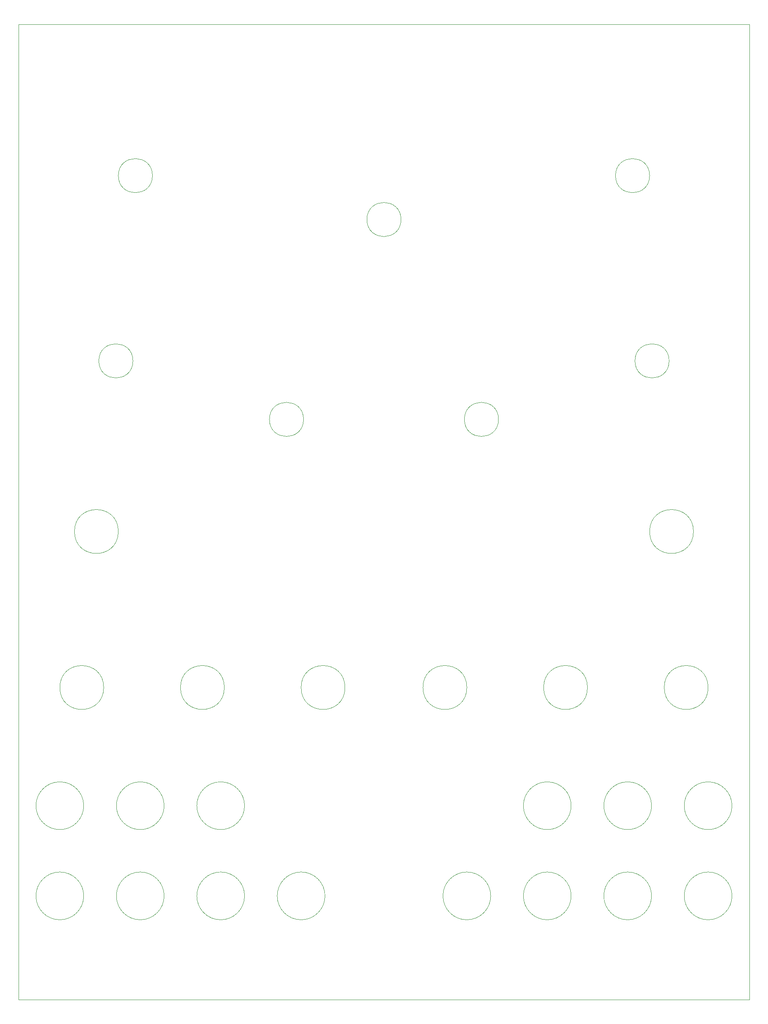
<source format=gm1>
%TF.GenerationSoftware,KiCad,Pcbnew,9.0.0*%
%TF.CreationDate,2025-03-15T21:35:03+01:00*%
%TF.ProjectId,DMH_Dual_VCF_Diode_Ladder_Mk2_PANEL,444d485f-4475-4616-9c5f-5643465f4469,rev?*%
%TF.SameCoordinates,Original*%
%TF.FileFunction,Profile,NP*%
%FSLAX46Y46*%
G04 Gerber Fmt 4.6, Leading zero omitted, Abs format (unit mm)*
G04 Created by KiCad (PCBNEW 9.0.0) date 2025-03-15 21:35:03*
%MOMM*%
%LPD*%
G01*
G04 APERTURE LIST*
%TA.AperFunction,Profile*%
%ADD10C,0.050000*%
%TD*%
G04 APERTURE END LIST*
D10*
X25000000Y-30000000D02*
X175000000Y-30000000D01*
X175000000Y-230000000D01*
X25000000Y-230000000D01*
X25000000Y-30000000D01*
%TO.C,H15*%
X154900000Y-190250000D02*
G75*
G02*
X145100000Y-190250000I-4900000J0D01*
G01*
X145100000Y-190250000D02*
G75*
G02*
X154900000Y-190250000I4900000J0D01*
G01*
%TO.C,H22*%
X163500000Y-134000000D02*
G75*
G02*
X154500000Y-134000000I-4500000J0D01*
G01*
X154500000Y-134000000D02*
G75*
G02*
X163500000Y-134000000I4500000J0D01*
G01*
%TO.C,H25*%
X154900000Y-208750000D02*
G75*
G02*
X145100000Y-208750000I-4900000J0D01*
G01*
X145100000Y-208750000D02*
G75*
G02*
X154900000Y-208750000I4900000J0D01*
G01*
%TO.C,H16*%
X171400000Y-190250000D02*
G75*
G02*
X161600000Y-190250000I-4900000J0D01*
G01*
X161600000Y-190250000D02*
G75*
G02*
X171400000Y-190250000I4900000J0D01*
G01*
%TO.C,H5*%
X38400000Y-190250000D02*
G75*
G02*
X28600000Y-190250000I-4900000J0D01*
G01*
X28600000Y-190250000D02*
G75*
G02*
X38400000Y-190250000I4900000J0D01*
G01*
%TO.C,H17*%
X42500000Y-166000000D02*
G75*
G02*
X33500000Y-166000000I-4500000J0D01*
G01*
X33500000Y-166000000D02*
G75*
G02*
X42500000Y-166000000I4500000J0D01*
G01*
%TO.C,H10*%
X48500000Y-99000000D02*
G75*
G02*
X41500000Y-99000000I-3500000J0D01*
G01*
X41500000Y-99000000D02*
G75*
G02*
X48500000Y-99000000I3500000J0D01*
G01*
%TO.C,H12*%
X45500000Y-134000000D02*
G75*
G02*
X36500000Y-134000000I-4500000J0D01*
G01*
X36500000Y-134000000D02*
G75*
G02*
X45500000Y-134000000I4500000J0D01*
G01*
%TO.C,H32*%
X117000000Y-166000000D02*
G75*
G02*
X108000000Y-166000000I-4500000J0D01*
G01*
X108000000Y-166000000D02*
G75*
G02*
X117000000Y-166000000I4500000J0D01*
G01*
%TO.C,H50*%
X138400000Y-208750000D02*
G75*
G02*
X128600000Y-208750000I-4900000J0D01*
G01*
X128600000Y-208750000D02*
G75*
G02*
X138400000Y-208750000I4900000J0D01*
G01*
%TO.C,H11*%
X83500000Y-111000000D02*
G75*
G02*
X76500000Y-111000000I-3500000J0D01*
G01*
X76500000Y-111000000D02*
G75*
G02*
X83500000Y-111000000I3500000J0D01*
G01*
%TO.C,H29*%
X121900000Y-208750000D02*
G75*
G02*
X112100000Y-208750000I-4900000J0D01*
G01*
X112100000Y-208750000D02*
G75*
G02*
X121900000Y-208750000I4900000J0D01*
G01*
%TO.C,H13*%
X92000000Y-166000000D02*
G75*
G02*
X83000000Y-166000000I-4500000J0D01*
G01*
X83000000Y-166000000D02*
G75*
G02*
X92000000Y-166000000I4500000J0D01*
G01*
%TO.C,H6*%
X54900000Y-190250000D02*
G75*
G02*
X45100000Y-190250000I-4900000J0D01*
G01*
X45100000Y-190250000D02*
G75*
G02*
X54900000Y-190250000I4900000J0D01*
G01*
%TO.C,H30*%
X171400000Y-208750000D02*
G75*
G02*
X161600000Y-208750000I-4900000J0D01*
G01*
X161600000Y-208750000D02*
G75*
G02*
X171400000Y-208750000I4900000J0D01*
G01*
%TO.C,H27*%
X154500000Y-61000000D02*
G75*
G02*
X147500000Y-61000000I-3500000J0D01*
G01*
X147500000Y-61000000D02*
G75*
G02*
X154500000Y-61000000I3500000J0D01*
G01*
%TO.C,H9*%
X52500000Y-61000000D02*
G75*
G02*
X45500000Y-61000000I-3500000J0D01*
G01*
X45500000Y-61000000D02*
G75*
G02*
X52500000Y-61000000I3500000J0D01*
G01*
%TO.C,H8*%
X38400000Y-208750000D02*
G75*
G02*
X28600000Y-208750000I-4900000J0D01*
G01*
X28600000Y-208750000D02*
G75*
G02*
X38400000Y-208750000I4900000J0D01*
G01*
%TO.C,H31*%
X123500000Y-111000000D02*
G75*
G02*
X116500000Y-111000000I-3500000J0D01*
G01*
X116500000Y-111000000D02*
G75*
G02*
X123500000Y-111000000I3500000J0D01*
G01*
%TO.C,H18*%
X54900000Y-208750000D02*
G75*
G02*
X45100000Y-208750000I-4900000J0D01*
G01*
X45100000Y-208750000D02*
G75*
G02*
X54900000Y-208750000I4900000J0D01*
G01*
%TO.C,H21*%
X158500000Y-99000000D02*
G75*
G02*
X151500000Y-99000000I-3500000J0D01*
G01*
X151500000Y-99000000D02*
G75*
G02*
X158500000Y-99000000I3500000J0D01*
G01*
%TO.C,H28*%
X166500000Y-166000000D02*
G75*
G02*
X157500000Y-166000000I-4500000J0D01*
G01*
X157500000Y-166000000D02*
G75*
G02*
X166500000Y-166000000I4500000J0D01*
G01*
%TO.C,H7*%
X87900000Y-208750000D02*
G75*
G02*
X78100000Y-208750000I-4900000J0D01*
G01*
X78100000Y-208750000D02*
G75*
G02*
X87900000Y-208750000I4900000J0D01*
G01*
%TO.C,H43*%
X103500000Y-70000000D02*
G75*
G02*
X96500000Y-70000000I-3500000J0D01*
G01*
X96500000Y-70000000D02*
G75*
G02*
X103500000Y-70000000I3500000J0D01*
G01*
%TO.C,H46*%
X141750000Y-166000000D02*
G75*
G02*
X132750000Y-166000000I-4500000J0D01*
G01*
X132750000Y-166000000D02*
G75*
G02*
X141750000Y-166000000I4500000J0D01*
G01*
%TO.C,H48*%
X71400000Y-208750000D02*
G75*
G02*
X61600000Y-208750000I-4900000J0D01*
G01*
X61600000Y-208750000D02*
G75*
G02*
X71400000Y-208750000I4900000J0D01*
G01*
%TO.C,H45*%
X67250000Y-166000000D02*
G75*
G02*
X58250000Y-166000000I-4500000J0D01*
G01*
X58250000Y-166000000D02*
G75*
G02*
X67250000Y-166000000I4500000J0D01*
G01*
%TO.C,H47*%
X71400000Y-190250000D02*
G75*
G02*
X61600000Y-190250000I-4900000J0D01*
G01*
X61600000Y-190250000D02*
G75*
G02*
X71400000Y-190250000I4900000J0D01*
G01*
%TO.C,H49*%
X138400000Y-190250000D02*
G75*
G02*
X128600000Y-190250000I-4900000J0D01*
G01*
X128600000Y-190250000D02*
G75*
G02*
X138400000Y-190250000I4900000J0D01*
G01*
%TD*%
M02*

</source>
